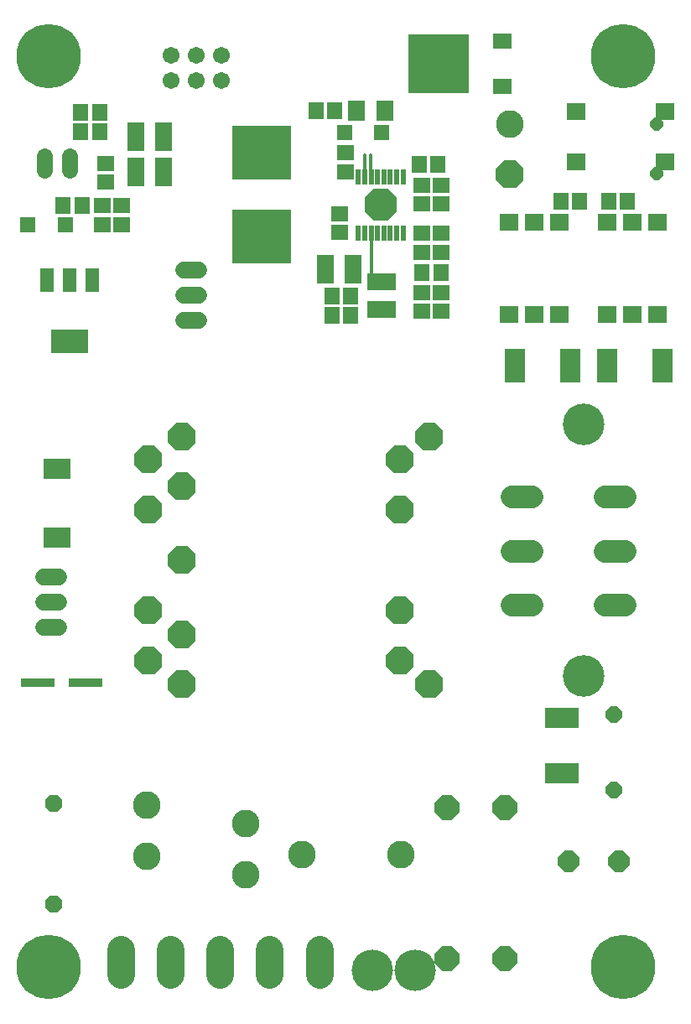
<source format=gts>
G75*
G70*
%OFA0B0*%
%FSLAX24Y24*%
%IPPOS*%
%LPD*%
%AMOC8*
5,1,8,0,0,1.08239X$1,22.5*
%
%ADD10C,0.0120*%
%ADD11C,0.0140*%
%ADD12C,0.1100*%
%ADD13OC8,0.1100*%
%ADD14R,0.0749X0.0671*%
%ADD15R,0.0671X0.0592*%
%ADD16R,0.0592X0.0671*%
%ADD17R,0.0631X0.0631*%
%ADD18R,0.0220X0.0640*%
%ADD19R,0.0880X0.0880*%
%ADD20OC8,0.1299*%
%ADD21R,0.0710X0.1143*%
%ADD22R,0.2362X0.2165*%
%ADD23C,0.0674*%
%ADD24C,0.1100*%
%ADD25OC8,0.0973*%
%ADD26R,0.0710X0.0790*%
%ADD27R,0.1143X0.0710*%
%ADD28C,0.0907*%
%ADD29R,0.0789X0.1340*%
%ADD30R,0.1340X0.0789*%
%ADD31OC8,0.0640*%
%ADD32OC8,0.0840*%
%ADD33C,0.1653*%
%ADD34R,0.0781X0.0678*%
%ADD35R,0.1064X0.0789*%
%ADD36C,0.0674*%
%ADD37R,0.0560X0.0960*%
%ADD38R,0.1504X0.0953*%
%ADD39R,0.1360X0.0380*%
%ADD40OC8,0.0680*%
%ADD41C,0.0640*%
%ADD42R,0.2444X0.2365*%
%ADD43R,0.0749X0.0592*%
%ADD44C,0.2562*%
%ADD45C,0.1650*%
%ADD46OC8,0.0516*%
D10*
X020987Y034577D02*
X020987Y035952D01*
D11*
X020962Y038327D02*
X020962Y039277D01*
X020712Y039277D02*
X020712Y038352D01*
D12*
X026497Y040528D03*
X012044Y013451D03*
X012044Y011426D03*
X015981Y010678D03*
X015981Y012703D03*
X018212Y011487D03*
X022149Y011487D03*
D13*
X023309Y018256D03*
X022137Y019177D03*
X022137Y021177D03*
X022137Y025177D03*
X022137Y027177D03*
X023309Y028098D03*
X026497Y038528D03*
X013466Y028098D03*
X012137Y027177D03*
X013466Y026130D03*
X012137Y025177D03*
X013466Y023177D03*
X012137Y021177D03*
X013466Y020224D03*
X012137Y019177D03*
X013466Y018256D03*
D14*
X029116Y039023D03*
X029116Y041031D03*
X032659Y041031D03*
X032659Y039023D03*
D15*
X023762Y038101D03*
X023762Y037353D03*
X022987Y037353D03*
X022987Y038101D03*
X022987Y036176D03*
X022987Y035428D03*
X023762Y035428D03*
X023762Y036176D03*
X023762Y033826D03*
X023762Y033078D03*
X022987Y033078D03*
X022987Y033826D03*
X019737Y036203D03*
X019737Y036951D03*
X019962Y038628D03*
X019962Y039376D03*
X011062Y037276D03*
X011062Y036528D03*
X010287Y036528D03*
X010287Y037276D03*
X010437Y038203D03*
X010437Y038951D03*
D16*
X010186Y040202D03*
X009438Y040202D03*
X009438Y040977D03*
X010186Y040977D03*
X009486Y037277D03*
X008738Y037277D03*
X018788Y041052D03*
X019536Y041052D03*
X022888Y038902D03*
X023636Y038902D03*
X023751Y034627D03*
X023003Y034627D03*
X020161Y033677D03*
X020161Y032902D03*
X019413Y032902D03*
X019413Y033677D03*
X028513Y037452D03*
X029261Y037452D03*
X030413Y037452D03*
X031161Y037452D03*
D17*
X021410Y040177D03*
X019914Y040177D03*
X008835Y036502D03*
X007339Y036502D03*
D18*
X020462Y036182D03*
X020722Y036182D03*
X020982Y036182D03*
X021232Y036182D03*
X021492Y036182D03*
X021742Y036182D03*
X022002Y036182D03*
X022262Y036182D03*
X022262Y038422D03*
X022002Y038422D03*
X021742Y038422D03*
X021492Y038422D03*
X021232Y038422D03*
X020982Y038422D03*
X020722Y038422D03*
X020462Y038422D03*
D19*
X021362Y037302D03*
D20*
X021362Y037302D03*
D21*
X020263Y034752D03*
X019161Y034752D03*
X012713Y038627D03*
X011611Y038627D03*
X011611Y040002D03*
X012713Y040002D03*
D22*
X016637Y039400D03*
X016637Y036054D03*
D23*
X014134Y034702D02*
X013540Y034702D01*
X013540Y033702D02*
X014134Y033702D01*
X014134Y032702D02*
X013540Y032702D01*
X008559Y022527D02*
X007965Y022527D01*
X007965Y021527D02*
X008559Y021527D01*
X008559Y020527D02*
X007965Y020527D01*
D24*
X011037Y007727D02*
X011037Y006727D01*
X013006Y006727D02*
X013006Y007727D01*
X014974Y007727D02*
X014974Y006727D01*
X016943Y006727D02*
X016943Y007727D01*
X018911Y007727D02*
X018911Y006727D01*
D25*
X023992Y007362D03*
X026298Y007362D03*
X026298Y013362D03*
X023992Y013362D03*
D26*
X021522Y041052D03*
X020402Y041052D03*
D27*
X021387Y034253D03*
X021387Y033151D03*
D28*
X026550Y025702D02*
X027375Y025702D01*
X027375Y023552D02*
X026550Y023552D01*
X026550Y021402D02*
X027375Y021402D01*
X030250Y021402D02*
X031075Y021402D01*
X031075Y023552D02*
X030250Y023552D01*
X030250Y025702D02*
X031075Y025702D01*
D29*
X030360Y030927D03*
X028890Y030927D03*
X026685Y030927D03*
X032565Y030927D03*
D30*
X028562Y016930D03*
X028562Y014725D03*
D31*
X030637Y014052D03*
X030637Y017052D03*
D32*
X030837Y011202D03*
X028837Y011202D03*
D33*
X029437Y018577D03*
X029437Y028577D03*
D34*
X030362Y032948D03*
X031362Y032948D03*
X032362Y032948D03*
X032362Y036606D03*
X031362Y036606D03*
X030362Y036606D03*
X028462Y036606D03*
X027462Y036606D03*
X026462Y036606D03*
X026462Y032948D03*
X027462Y032948D03*
X028462Y032948D03*
D35*
X008487Y026810D03*
X008487Y024094D03*
D36*
X013025Y042246D03*
X013025Y043246D03*
X014025Y043246D03*
X014025Y042246D03*
X015025Y042246D03*
X015025Y043246D03*
D37*
X009897Y034322D03*
X008987Y034322D03*
X008077Y034322D03*
D38*
X008987Y031882D03*
D39*
X009637Y018302D03*
X007737Y018302D03*
D40*
X008362Y013527D03*
X008362Y009527D03*
D41*
X007987Y038697D02*
X007987Y039257D01*
X008987Y039257D02*
X008987Y038697D01*
D42*
X023663Y042902D03*
D43*
X026199Y042003D03*
X026199Y043802D03*
D44*
X008162Y007002D03*
X030997Y007002D03*
X030997Y043222D03*
X008162Y043222D03*
D45*
X021037Y006877D03*
X022737Y006877D03*
D46*
X032337Y038552D03*
X032337Y040527D03*
M02*

</source>
